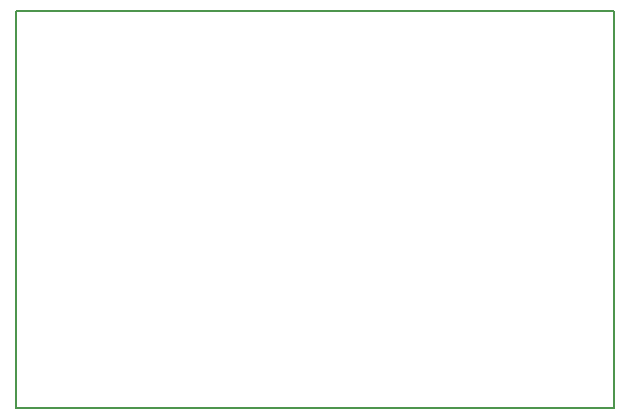
<source format=gko>
G04 DipTrace 2.2.0.9*
%INISPduino.GKO*%
%MOIN*%
%ADD11C,0.0055*%
%FSLAX44Y44*%
%SFA1B1*%
%OFA0B0*%
G04*
G70*
G90*
G75*
G01*
%LNBoardOutline*%
%LPD*%
X3940Y17191D2*
D11*
X23880D1*
Y3940D1*
X3940D1*
Y17191D1*
M02*

</source>
